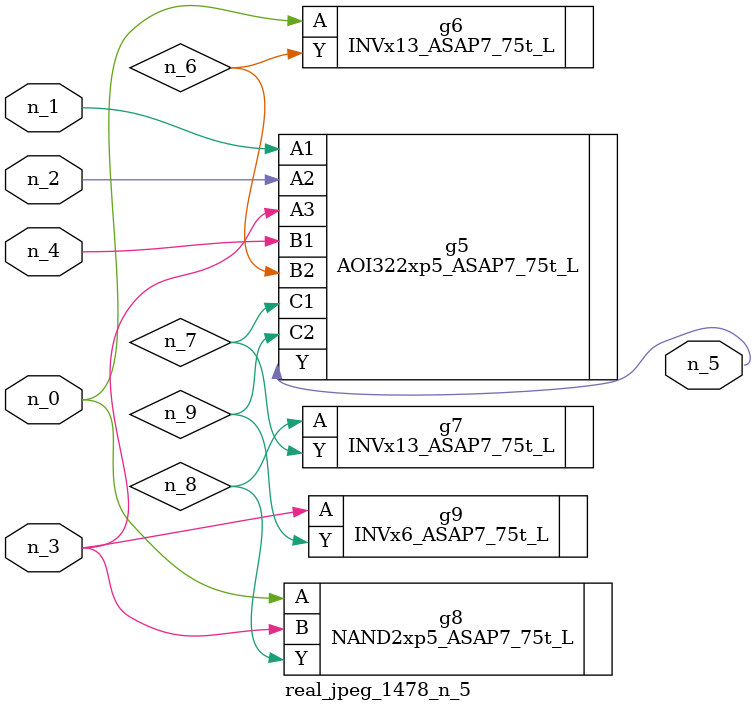
<source format=v>
module real_jpeg_1478_n_5 (n_4, n_0, n_1, n_2, n_3, n_5);

input n_4;
input n_0;
input n_1;
input n_2;
input n_3;

output n_5;

wire n_8;
wire n_6;
wire n_7;
wire n_9;

INVx13_ASAP7_75t_L g6 ( 
.A(n_0),
.Y(n_6)
);

NAND2xp5_ASAP7_75t_L g8 ( 
.A(n_0),
.B(n_3),
.Y(n_8)
);

AOI322xp5_ASAP7_75t_L g5 ( 
.A1(n_1),
.A2(n_2),
.A3(n_3),
.B1(n_4),
.B2(n_6),
.C1(n_7),
.C2(n_9),
.Y(n_5)
);

INVx6_ASAP7_75t_L g9 ( 
.A(n_3),
.Y(n_9)
);

INVx13_ASAP7_75t_L g7 ( 
.A(n_8),
.Y(n_7)
);


endmodule
</source>
